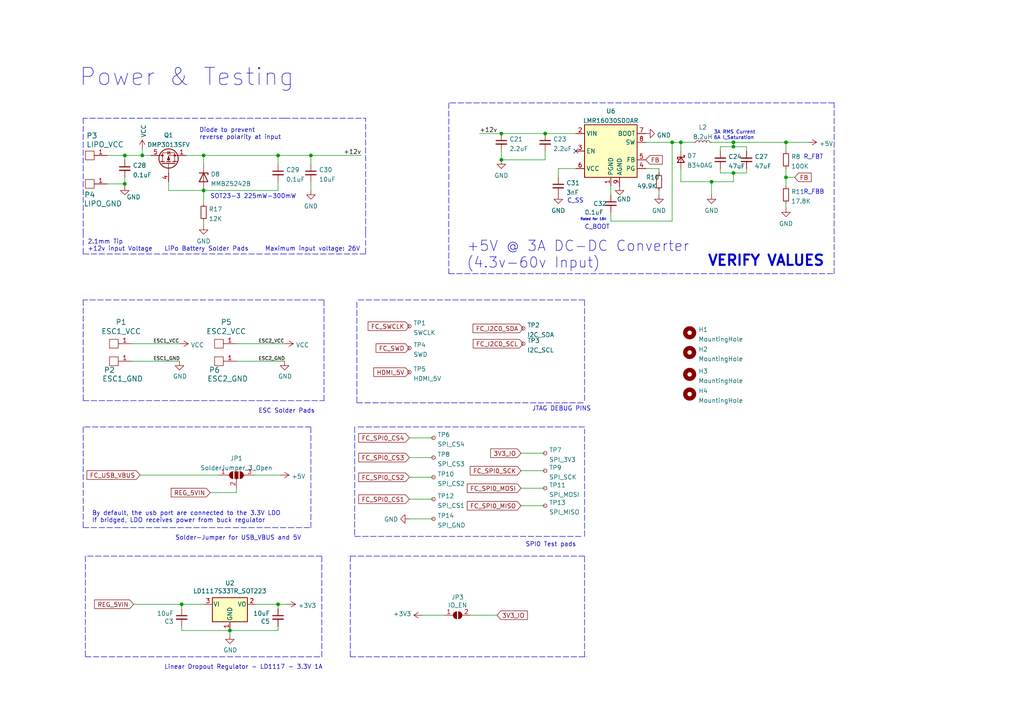
<source format=kicad_sch>
(kicad_sch (version 20211123) (generator eeschema)
  (paper "A4")
  (title_block (title "Power"))
  (lib_symbols
    (symbol "Connector:TestPoint_Small" (pin_numbers hide) (pin_names (offset 0.762) hide)
      (property "Reference" "TP" (at 0 3.81 0))
      (property "Value" "TestPoint_Small" (at 0 2.032 0))
      (symbol "TestPoint_Small_0_1"
        (circle (center 0 0) (radius 0.508))
      )
      (symbol "TestPoint_Small_1_1"
        (pin passive line (at 0 0 90) (length 0) (name "1") (number "1"))
      )
    )
    (symbol "Device:C_Small" (pin_numbers hide) (pin_names (offset 0.254) hide)
      (property "Reference" "C" (at 0.254 1.778 0))
      (property "Value" "C_Small" (at 0.254 -2.032 0))
      (symbol "C_Small_0_1"
        (polyline (pts (xy -1.524 -0.508) (xy 1.524 -0.508)) (stroke (width 0.3302)))
        (polyline (pts (xy -1.524 0.508) (xy 1.524 0.508)) (stroke (width 0.3048)))
      )
      (symbol "C_Small_1_1"
        (pin passive line (at 0 2.54 270) (length 2.032) (name "~") (number "1"))
        (pin passive line (at 0 -2.54 90) (length 2.032) (name "~") (number "2"))
      )
    )
    (symbol "Device:D_Schottky_Small" (pin_numbers hide) (pin_names (offset 0.254) hide)
      (property "Reference" "D" (at -1.27 2.032 0))
      (property "Value" "D_Schottky_Small" (at -7.112 -2.032 0))
      (symbol "D_Schottky_Small_0_1"
        (polyline (pts (xy -0.762 0) (xy 0.762 0)))
        (polyline (pts (xy 0.762 -1.016) (xy -0.762 0) (xy 0.762 1.016) (xy 0.762 -1.016)) (stroke (width 0.254)))
        (polyline (pts (xy -1.27 0.762) (xy -1.27 1.016) (xy -0.762 1.016) (xy -0.762 -1.016) (xy -0.254 -1.016) (xy -0.254 -0.762)) (stroke (width 0.254)))
      )
      (symbol "D_Schottky_Small_1_1"
        (pin passive line (at -2.54 0 0) (length 1.778) (name "K") (number "1"))
        (pin passive line (at 2.54 0 180) (length 1.778) (name "A") (number "2"))
      )
    )
    (symbol "Device:L_Small" (pin_numbers hide) (pin_names (offset 0.254) hide)
      (property "Reference" "L" (at 0.762 1.016 0))
      (property "Value" "L_Small" (at 0.762 -1.016 0))
      (symbol "L_Small_0_1"
        (arc (start 0 -2.032) (mid 0.508 -1.524) (end 0 -1.016))
        (arc (start 0 -1.016) (mid 0.508 -0.508) (end 0 0))
        (arc (start 0 0) (mid 0.508 0.508) (end 0 1.016))
        (arc (start 0 1.016) (mid 0.508 1.524) (end 0 2.032))
      )
      (symbol "L_Small_1_1"
        (pin passive line (at 0 2.54 270) (length 0.508) (name "~") (number "1"))
        (pin passive line (at 0 -2.54 90) (length 0.508) (name "~") (number "2"))
      )
    )
    (symbol "Device:R_Small" (pin_numbers hide) (pin_names (offset 0.254) hide)
      (property "Reference" "R" (at 0.762 0.508 0))
      (property "Value" "R_Small" (at 0.762 -1.016 0))
      (symbol "R_Small_0_1"
        (rectangle (start -0.762 1.778) (end 0.762 -1.778) (stroke (width 0.2032)))
      )
      (symbol "R_Small_1_1"
        (pin passive line (at 0 2.54 270) (length 0.762) (name "~") (number "1"))
        (pin passive line (at 0 -2.54 90) (length 0.762) (name "~") (number "2"))
      )
    )
    (symbol "Diode:BZV55C12" (pin_numbers hide) (pin_names (offset 1.016) hide)
      (property "Reference" "D" (at 0 2.54 0))
      (property "Value" "BZV55C12" (at 0 -2.54 0))
      (symbol "BZV55C12_0_1"
        (polyline (pts (xy 1.27 0) (xy -1.27 0)))
        (polyline (pts (xy -1.27 -1.27) (xy -1.27 1.27) (xy -0.762 1.27)) (stroke (width 0.254)))
        (polyline (pts (xy 1.27 -1.27) (xy 1.27 1.27) (xy -1.27 0) (xy 1.27 -1.27)) (stroke (width 0.254)))
      )
      (symbol "BZV55C12_1_1"
        (pin passive line (at -3.81 0 0) (length 2.54) (name "K") (number "1"))
        (pin passive line (at 3.81 0 180) (length 2.54) (name "A") (number "2"))
      )
    )
    (symbol "Jumper:SolderJumper_2_Open" (pin_names (offset 0) hide)
      (property "Reference" "JP" (at 0 2.032 0))
      (property "Value" "SolderJumper_2_Open" (at 0 -2.54 0))
      (symbol "SolderJumper_2_Open_0_1"
        (arc (start -0.254 1.016) (mid -1.27 0) (end -0.254 -1.016))
        (arc (start -0.254 1.016) (mid -1.27 0) (end -0.254 -1.016) (fill (type outline)))
        (polyline (pts (xy -0.254 1.016) (xy -0.254 -1.016)))
        (polyline (pts (xy 0.254 1.016) (xy 0.254 -1.016)))
        (arc (start 0.254 -1.016) (mid 1.27 0) (end 0.254 1.016))
        (arc (start 0.254 -1.016) (mid 1.27 0) (end 0.254 1.016) (fill (type outline)))
      )
      (symbol "SolderJumper_2_Open_1_1"
        (pin passive line (at -3.81 0 0) (length 2.54) (name "A") (number "1"))
        (pin passive line (at 3.81 0 180) (length 2.54) (name "B") (number "2"))
      )
    )
    (symbol "Jumper:SolderJumper_3_Open" (pin_names (offset 0) hide)
      (property "Reference" "JP" (at -2.54 -2.54 0))
      (property "Value" "SolderJumper_3_Open" (at 0 2.794 0))
      (symbol "SolderJumper_3_Open_0_1"
        (arc (start -1.016 1.016) (mid -2.032 0) (end -1.016 -1.016))
        (arc (start -1.016 1.016) (mid -2.032 0) (end -1.016 -1.016) (fill (type outline)))
        (rectangle (start -0.508 1.016) (end 0.508 -1.016) (fill (type outline)))
        (polyline (pts (xy -2.54 0) (xy -2.032 0)))
        (polyline (pts (xy -1.016 1.016) (xy -1.016 -1.016)))
        (polyline (pts (xy 0 -1.27) (xy 0 -1.016)))
        (polyline (pts (xy 1.016 1.016) (xy 1.016 -1.016)))
        (polyline (pts (xy 2.54 0) (xy 2.032 0)))
        (arc (start 1.016 -1.016) (mid 2.032 0) (end 1.016 1.016))
        (arc (start 1.016 -1.016) (mid 2.032 0) (end 1.016 1.016) (fill (type outline)))
      )
      (symbol "SolderJumper_3_Open_1_1"
        (pin passive line (at -5.08 0 0) (length 2.54) (name "A") (number "1"))
        (pin input line (at 0 -3.81 90) (length 2.54) (name "C") (number "2"))
        (pin passive line (at 5.08 0 180) (length 2.54) (name "B") (number "3"))
      )
    )
    (symbol "Mechanical:MountingHole" (pin_names (offset 1.016))
      (property "Reference" "H" (at 0 5.08 0))
      (property "Value" "MountingHole" (at 0 3.175 0))
      (symbol "MountingHole_0_1"
        (circle (center 0 0) (radius 1.27) (stroke (width 1.27)))
      )
    )
    (symbol "Regulator_Linear:LD1117S33TR_SOT223" (pin_names (offset 0.254))
      (property "Reference" "U" (at -3.81 3.175 0))
      (property "Value" "LD1117S33TR_SOT223" (at 0 3.175 0))
      (symbol "LD1117S33TR_SOT223_0_1"
        (rectangle (start -5.08 -5.08) (end 5.08 1.905) (stroke (width 0.254)) (fill (type background)))
      )
      (symbol "LD1117S33TR_SOT223_1_1"
        (pin power_in line (at 0 -7.62 90) (length 2.54) (name "GND") (number "1"))
        (pin power_out line (at 7.62 0 180) (length 2.54) (name "VO") (number "2"))
        (pin power_in line (at -7.62 0 0) (length 2.54) (name "VI") (number "3"))
      )
    )
    (symbol "Regulator_Switching:LMR33630ADDA"
      (property "Reference" "U" (at 0 11.43 0))
      (property "Value" "LMR33630ADDA" (at 0 8.89 0))
      (symbol "LMR33630ADDA_0_1"
        (rectangle (start -7.62 7.62) (end 7.62 -7.62) (stroke (width 0.254)) (fill (type background)))
      )
      (symbol "LMR33630ADDA_1_1"
        (pin power_in line (at 0 -10.16 90) (length 2.54) (name "PGND") (number "1"))
        (pin power_in line (at -10.16 5.08 0) (length 2.54) (name "VIN") (number "2"))
        (pin input line (at -10.16 0 0) (length 2.54) (name "EN") (number "3"))
        (pin open_collector line (at 10.16 -5.08 180) (length 2.54) (name "PG") (number "4"))
        (pin input line (at 10.16 -2.54 180) (length 2.54) (name "FB") (number "5"))
        (pin power_out line (at -10.16 -5.08 0) (length 2.54) (name "VCC") (number "6"))
        (pin input line (at 10.16 5.08 180) (length 2.54) (name "BOOT") (number "7"))
        (pin output line (at 10.16 2.54 180) (length 2.54) (name "SW") (number "8"))
        (pin power_in line (at 2.54 -10.16 90) (length 2.54) (name "AGND") (number "9"))
      )
    )
    (symbol "Transistor_FET:DMP3013SFV" (pin_names hide)
      (property "Reference" "Q" (at 5.08 1.905 0))
      (property "Value" "DMP3013SFV" (at 5.08 0 0))
      (symbol "DMP3013SFV_0_1"
        (polyline (pts (xy 0.254 0) (xy -2.54 0)))
        (polyline (pts (xy 0.254 1.905) (xy 0.254 -1.905)) (stroke (width 0.254)))
        (polyline (pts (xy 0.762 -1.27) (xy 0.762 -2.286)) (stroke (width 0.254)))
        (polyline (pts (xy 0.762 0.508) (xy 0.762 -0.508)) (stroke (width 0.254)))
        (polyline (pts (xy 0.762 2.286) (xy 0.762 1.27)) (stroke (width 0.254)))
        (polyline (pts (xy 2.54 2.54) (xy 2.54 1.778)))
        (polyline (pts (xy 2.54 -2.54) (xy 2.54 0) (xy 0.762 0)))
        (polyline (pts (xy 0.762 1.778) (xy 3.302 1.778) (xy 3.302 -1.778) (xy 0.762 -1.778)))
        (polyline (pts (xy 2.286 0) (xy 1.27 0.381) (xy 1.27 -0.381) (xy 2.286 0)) (fill (type outline)))
        (polyline (pts (xy 2.794 -0.508) (xy 2.921 -0.381) (xy 3.683 -0.381) (xy 3.81 -0.254)))
        (polyline (pts (xy 3.302 -0.381) (xy 2.921 0.254) (xy 3.683 0.254) (xy 3.302 -0.381)))
        (circle (center 1.651 0) (radius 2.794) (stroke (width 0.254)))
        (circle (center 2.54 -1.778) (radius 0.254) (fill (type outline)))
        (circle (center 2.54 1.778) (radius 0.254) (fill (type outline)))
      )
      (symbol "DMP3013SFV_1_1"
        (pin passive line (at 2.54 -5.08 90) (length 2.54) (name "S") (number "1"))
        (pin passive line (at 2.54 -5.08 90) (length 2.54) hide (name "S") (number "2"))
        (pin passive line (at 2.54 -5.08 90) (length 2.54) hide (name "S") (number "3"))
        (pin passive line (at -5.08 0 0) (length 2.54) (name "G") (number "4"))
        (pin passive line (at 2.54 5.08 270) (length 2.54) (name "D") (number "5"))
      )
    )
    (symbol "hermes_v1-rescue:PAD_SMD-pkl_misc" (pin_names (offset 1.016) hide)
      (property "Reference" "P" (at 0 -3.81 0))
      (property "Value" "PAD_SMD-pkl_misc" (at 0 3.81 0))
      (symbol "PAD_SMD-pkl_misc_0_1"
        (rectangle (start -1.27 1.27) (end 1.27 -1.27))
      )
      (symbol "PAD_SMD-pkl_misc_1_1"
        (pin input line (at -5.08 0 0) (length 3.81) (name "PAD") (number "1"))
      )
    )
    (symbol "power:+3.3V" (power) (pin_names (offset 0))
      (property "Value" "+3.3V" (at 0 3.556 0))
      (symbol "+3.3V_0_1"
        (polyline (pts (xy -0.762 1.27) (xy 0 2.54)))
        (polyline (pts (xy 0 0) (xy 0 2.54)))
        (polyline (pts (xy 0 2.54) (xy 0.762 1.27)))
      )
      (symbol "+3.3V_1_1"
        (pin power_in line (at 0 0 90) (length 0) hide (name "+3V3") (number "1"))
      )
    )
    (symbol "power:+5V" (power) (pin_names (offset 0))
      (property "Value" "+5V" (at 0 3.556 0))
      (symbol "+5V_0_1"
        (polyline (pts (xy -0.762 1.27) (xy 0 2.54)))
        (polyline (pts (xy 0 0) (xy 0 2.54)))
        (polyline (pts (xy 0 2.54) (xy 0.762 1.27)))
      )
      (symbol "+5V_1_1"
        (pin power_in line (at 0 0 90) (length 0) hide (name "+5V") (number "1"))
      )
    )
    (symbol "power:GND" (power) (pin_names (offset 0))
      (property "Value" "GND" (at 0 -3.81 0))
      (symbol "GND_0_1"
        (polyline (pts (xy 0 0) (xy 0 -1.27) (xy 1.27 -1.27) (xy 0 -2.54) (xy -1.27 -1.27) (xy 0 -1.27)))
      )
      (symbol "GND_1_1"
        (pin power_in line (at 0 0 270) (length 0) hide (name "GND") (number "1"))
      )
    )
    (symbol "power:VCC" (power) (pin_names (offset 0))
      (property "Value" "VCC" (at 0 3.81 0))
      (symbol "VCC_0_1"
        (polyline (pts (xy -0.762 1.27) (xy 0 2.54)))
        (polyline (pts (xy 0 0) (xy 0 2.54)))
        (polyline (pts (xy 0 2.54) (xy 0.762 1.27)))
      )
      (symbol "VCC_1_1"
        (pin power_in line (at 0 0 90) (length 0) hide (name "VCC") (number "1"))
      )
    )
  )
  (junction (at 145.415 46.355))
  (junction (at 194.945 41.275))
  (junction (at 52.705 175.26))
  (junction (at 145.415 38.735))
  (junction (at 80.645 175.26))
  (junction (at 212.725 41.275))
  (junction (at 59.055 45.085))
  (junction (at 158.115 38.735))
  (junction (at 66.675 182.88))
  (junction (at 212.725 50.165))
  (junction (at 80.645 45.085))
  (junction (at 59.055 55.245))
  (junction (at 227.965 41.275))
  (junction (at 197.485 41.275))
  (junction (at 206.375 52.705))
  (junction (at 90.17 45.085))
  (junction (at 41.275 45.085))
  (junction (at 36.195 45.085))
  (junction (at 227.965 51.435))
  (junction (at 36.195 53.34))
  (junction (at 212.725 42.545))
  (no_connect (at 167.005 43.815))
  (wire (pts (xy 216.535 42.545) (xy 212.725 42.545)))
  (wire (pts (xy 227.965 48.895) (xy 227.965 51.435)))
  (polyline (pts (xy 106.045 67.31) (xy 106.045 73.66)))
  (wire (pts (xy 158.115 38.735) (xy 167.005 38.735)))
  (wire (pts (xy 151.13 146.685) (xy 158.115 146.685)))
  (polyline (pts (xy 102.87 155.575) (xy 168.91 155.575)))
  (wire (pts (xy 48.895 55.245) (xy 59.055 55.245)))
  (polyline (pts (xy 103.505 116.84) (xy 169.545 116.84)))
  (wire (pts (xy 52.705 182.88) (xy 52.705 181.61)))
  (wire (pts (xy 80.645 52.705) (xy 80.645 55.245)))
  (polyline (pts (xy 169.545 123.825) (xy 103.505 123.825)))
  (wire (pts (xy 74.295 175.26) (xy 80.645 175.26)))
  (wire (pts (xy 80.645 175.26) (xy 80.645 176.53)))
  (wire (pts (xy 118.745 150.495) (xy 125.73 150.495)))
  (wire (pts (xy 59.055 55.245) (xy 59.055 59.055)))
  (wire (pts (xy 158.115 46.355) (xy 145.415 46.355)))
  (wire (pts (xy 83.185 175.26) (xy 80.645 175.26)))
  (wire (pts (xy 66.675 182.88) (xy 80.645 182.88)))
  (wire (pts (xy 197.485 41.275) (xy 197.485 43.815)))
  (wire (pts (xy 212.725 52.705) (xy 206.375 52.705)))
  (wire (pts (xy 158.115 43.815) (xy 158.115 46.355)))
  (wire (pts (xy 177.165 53.975) (xy 177.165 56.515)))
  (wire (pts (xy 68.58 141.605) (xy 68.58 142.875)))
  (polyline (pts (xy 93.345 161.29) (xy 24.765 161.29)))
  (wire (pts (xy 194.945 64.135) (xy 194.945 41.275)))
  (wire (pts (xy 187.325 41.275) (xy 194.945 41.275)))
  (polyline (pts (xy 93.345 190.5) (xy 93.345 161.29)))
  (polyline (pts (xy 102.87 123.825) (xy 102.87 155.575)))
  (polyline (pts (xy 90.17 123.825) (xy 24.13 123.825)))
  (polyline (pts (xy 241.935 29.845) (xy 130.175 29.845)))
  (wire (pts (xy 52.705 175.26) (xy 52.705 176.53)))
  (wire (pts (xy 177.165 64.135) (xy 194.945 64.135)))
  (wire (pts (xy 144.145 178.435) (xy 136.525 178.435)))
  (wire (pts (xy 80.645 45.085) (xy 59.055 45.085)))
  (polyline (pts (xy 241.935 79.375) (xy 241.935 29.845)))
  (wire (pts (xy 53.975 45.085) (xy 59.055 45.085)))
  (polyline (pts (xy 106.045 73.66) (xy 82.55 73.66)))
  (wire (pts (xy 227.965 51.435) (xy 230.505 51.435)))
  (wire (pts (xy 216.535 48.895) (xy 216.535 50.165)))
  (polyline (pts (xy 169.545 86.995) (xy 103.505 86.995)))
  (wire (pts (xy 36.195 45.085) (xy 36.195 46.355)))
  (wire (pts (xy 31.115 45.085) (xy 36.195 45.085)))
  (polyline (pts (xy 82.55 34.29) (xy 106.045 34.29)))
  (wire (pts (xy 59.055 45.085) (xy 59.055 47.625)))
  (wire (pts (xy 80.645 47.625) (xy 80.645 45.085)))
  (polyline (pts (xy 24.13 116.205) (xy 93.98 116.205)))
  (wire (pts (xy 36.195 51.435) (xy 36.195 53.34)))
  (polyline (pts (xy 24.765 190.5) (xy 93.345 190.5)))
  (polyline (pts (xy 169.545 116.205) (xy 169.545 86.995)))
  (wire (pts (xy 227.965 59.055) (xy 227.965 60.325)))
  (polyline (pts (xy 24.13 86.995) (xy 24.13 116.205)))
  (wire (pts (xy 197.485 52.705) (xy 206.375 52.705)))
  (wire (pts (xy 145.415 43.815) (xy 145.415 46.355)))
  (polyline (pts (xy 24.13 153.035) (xy 90.17 153.035)))
  (wire (pts (xy 90.17 45.085) (xy 104.775 45.085)))
  (wire (pts (xy 227.965 41.275) (xy 227.965 43.815)))
  (wire (pts (xy 80.645 182.88) (xy 80.645 181.61)))
  (wire (pts (xy 151.13 136.525) (xy 158.115 136.525)))
  (wire (pts (xy 38.1 99.695) (xy 52.07 99.695)))
  (wire (pts (xy 212.725 41.275) (xy 212.725 42.545)))
  (wire (pts (xy 212.725 50.165) (xy 212.725 52.705)))
  (wire (pts (xy 63.5 137.795) (xy 40.64 137.795)))
  (wire (pts (xy 118.745 132.715) (xy 125.73 132.715)))
  (wire (pts (xy 38.735 175.26) (xy 52.705 175.26)))
  (wire (pts (xy 177.165 61.595) (xy 177.165 64.135)))
  (wire (pts (xy 80.645 55.245) (xy 59.055 55.245)))
  (wire (pts (xy 90.17 47.625) (xy 90.17 45.085)))
  (wire (pts (xy 208.915 42.545) (xy 208.915 43.815)))
  (polyline (pts (xy 24.13 67.31) (xy 24.13 73.66)))
  (wire (pts (xy 36.195 53.34) (xy 36.195 53.975)))
  (polyline (pts (xy 24.13 34.29) (xy 24.13 67.31)))
  (polyline (pts (xy 169.545 155.575) (xy 169.545 124.46)))
  (wire (pts (xy 68.58 99.695) (xy 82.55 99.695)))
  (wire (pts (xy 145.415 38.735) (xy 158.115 38.735)))
  (wire (pts (xy 227.965 41.275) (xy 234.315 41.275)))
  (wire (pts (xy 38.1 104.775) (xy 52.07 104.775)))
  (wire (pts (xy 194.945 41.275) (xy 197.485 41.275)))
  (polyline (pts (xy 24.13 123.825) (xy 24.13 153.035)))
  (wire (pts (xy 59.055 64.135) (xy 59.055 65.405)))
  (wire (pts (xy 36.195 45.085) (xy 41.275 45.085)))
  (wire (pts (xy 208.915 50.165) (xy 208.915 48.895)))
  (polyline (pts (xy 101.6 161.29) (xy 101.6 190.5)))
  (wire (pts (xy 216.535 43.815) (xy 216.535 42.545)))
  (polyline (pts (xy 169.545 161.29) (xy 100.965 161.29)))
  (wire (pts (xy 66.675 182.88) (xy 66.675 184.15)))
  (polyline (pts (xy 130.175 79.375) (xy 241.935 79.375)))
  (wire (pts (xy 161.925 48.895) (xy 161.925 51.435)))
  (wire (pts (xy 151.13 141.605) (xy 158.115 141.605)))
  (wire (pts (xy 191.135 55.245) (xy 191.135 56.515)))
  (wire (pts (xy 41.275 43.18) (xy 41.275 45.085)))
  (wire (pts (xy 187.325 48.895) (xy 191.135 48.895)))
  (wire (pts (xy 191.135 48.895) (xy 191.135 50.165)))
  (polyline (pts (xy 130.175 29.845) (xy 130.175 79.375)))
  (wire (pts (xy 151.13 131.445) (xy 158.115 131.445)))
  (wire (pts (xy 68.58 142.875) (xy 60.96 142.875)))
  (wire (pts (xy 128.905 178.435) (xy 122.555 178.435)))
  (wire (pts (xy 66.675 182.88) (xy 52.705 182.88)))
  (wire (pts (xy 90.17 45.085) (xy 80.645 45.085)))
  (wire (pts (xy 41.275 45.085) (xy 43.815 45.085)))
  (wire (pts (xy 31.115 53.34) (xy 36.195 53.34)))
  (wire (pts (xy 73.66 137.795) (xy 81.28 137.795)))
  (wire (pts (xy 227.965 51.435) (xy 227.965 53.975)))
  (polyline (pts (xy 24.13 73.66) (xy 82.55 73.66)))
  (polyline (pts (xy 93.98 116.205) (xy 93.98 86.995)))
  (polyline (pts (xy 90.17 153.035) (xy 90.17 123.825)))
  (wire (pts (xy 206.375 41.275) (xy 212.725 41.275)))
  (wire (pts (xy 216.535 50.165) (xy 212.725 50.165)))
  (wire (pts (xy 212.725 42.545) (xy 208.915 42.545)))
  (wire (pts (xy 197.485 48.895) (xy 197.485 52.705)))
  (wire (pts (xy 90.17 52.705) (xy 90.17 55.245)))
  (wire (pts (xy 48.895 52.705) (xy 48.895 55.245)))
  (polyline (pts (xy 106.045 67.31) (xy 106.045 34.29)))
  (wire (pts (xy 212.725 41.275) (xy 227.965 41.275)))
  (wire (pts (xy 118.745 127) (xy 125.73 127)))
  (wire (pts (xy 118.745 138.43) (xy 125.73 138.43)))
  (polyline (pts (xy 103.505 87.63) (xy 103.505 116.84)))
  (polyline (pts (xy 101.6 190.5) (xy 170.18 190.5)))
  (wire (pts (xy 118.745 144.78) (xy 125.73 144.78)))
  (wire (pts (xy 197.485 41.275) (xy 201.295 41.275)))
  (wire (pts (xy 59.055 175.26) (xy 52.705 175.26)))
  (wire (pts (xy 212.725 50.165) (xy 208.915 50.165)))
  (wire (pts (xy 206.375 52.705) (xy 206.375 56.515)))
  (polyline (pts (xy 24.765 161.29) (xy 24.765 190.5)))
  (wire (pts (xy 68.58 104.775) (xy 82.55 104.775)))
  (wire (pts (xy 167.005 48.895) (xy 161.925 48.895)))
  (polyline (pts (xy 93.98 86.995) (xy 24.13 86.995)))
  (polyline (pts (xy 169.545 190.5) (xy 169.545 161.29)))
  (polyline (pts (xy 82.55 34.29) (xy 24.13 34.29)))
  (wire (pts (xy 139.065 38.735) (xy 145.415 38.735)))
  (text "SOT23-3 225mW-300mW" (at 60.96 57.785 0) (effects (font (size 1.27 1.27)) (justify left bottom)))
  (text "R_FBB" (at 233.045 56.515 0) (effects (font (size 1.27 1.27)) (justify left bottom)))
  (text "2.1mm Tip\n+12v input Voltage" (at 25.4 73.025 0) (effects (font (size 1.27 1.27)) (justify left bottom)))
  (text "Maximum input voltage: 26V" (at 76.835 73.025 0) (effects (font (size 1.27 1.27)) (justify left bottom)))
  (text "SPI0 Test pads" (at 152.4 158.75 0) (effects (font (size 1.27 1.27)) (justify left bottom)))
  (text "R_FBT" (at 233.045 46.355 0) (effects (font (size 1.27 1.27)) (justify left bottom)))
  (text "Power & Testing" (at 22.86 25.4 0) (effects (font (size 5.0038 5.0038)) (justify left bottom)))
  (text "Rated for 16V" (at 168.275 64.135 0) (effects (font (size 0.7 0.7)) (justify left bottom)))
  (text "C_SS" (at 164.465 59.055 0) (effects (font (size 1.27 1.27)) (justify left bottom)))
  (text "+5V @ 3A DC-DC Converter \n(4.3v-60v Input)" (at 135.255 78.105 0) (effects (font (size 3 3)) (justify left bottom)))
  (text "C_BOOT" (at 169.545 66.675 0) (effects (font (size 1.27 1.27)) (justify left bottom)))
  (text "3A RMS Current\n6A I_Saturation" (at 207.01 40.64 0) (effects (font (size 1 1)) (justify left bottom)))
  (text "LiPo Battery Solder Pads" (at 47.625 73.025 0) (effects (font (size 1.27 1.27)) (justify left bottom)))
  (text "VERIFY VALUES" (at 205.105 77.47 0) (effects (font (size 3 3) (thickness 0.6) bold) (justify left bottom)))
  (text "Diode to prevent \nreverse polarity at input" (at 57.785 40.64 0) (effects (font (size 1.27 1.27)) (justify left bottom)))
  (text "Solder-Jumper for USB_VBUS and 5V" (at 50.8 156.845 0) (effects (font (size 1.27 1.27)) (justify left bottom)))
  (text "By default, the usb port are connected to the 3.3V LDO\nIf bridged, LDO receives power from buck regulator" (at 26.67 151.765 0) (effects (font (size 1.27 1.27)) (justify left bottom)))
  (text "JTAG DEBUG PINS" (at 154.305 119.38 0) (effects (font (size 1.27 1.27)) (justify left bottom)))
  (text "ESC Solder Pads" (at 74.93 120.015 0) (effects (font (size 1.27 1.27)) (justify left bottom)))
  (text "Linear Dropout Regulator - LD1117 - 3.3V 1A" (at 47.625 194.31 0) (effects (font (size 1.27 1.27)) (justify left bottom)))
  (label "ESC2_GND" (at 74.93 104.775 0) (effects (font (size 0.9906 0.9906))))
  (label "ESC1_VCC" (at 44.45 99.695 0) (effects (font (size 0.9906 0.9906))))
  (label "ESC1_GND" (at 44.45 104.775 0) (effects (font (size 0.9906 0.9906))))
  (label "ESC2_VCC" (at 74.93 99.695 0) (effects (font (size 0.9906 0.9906))))
  (label "+12v" (at 104.775 45.085 180))
  (label "+12v" (at 139.065 38.735 0))
  (global_label "FC_SPI0_MISO" (shape input) (at 151.13 146.685 180) (property "Intersheet References" "${INTERSHEET_REFS}" (effects hide)))
  (global_label "FB" (shape input) (at 230.505 51.435 0) (property "Intersheet References" "${INTERSHEET_REFS}" (effects hide)))
  (global_label "FC_SPI0_CS4" (shape input) (at 118.745 127 180) (property "Intersheet References" "${INTERSHEET_REFS}" (effects hide)))
  (global_label "HDMI_5V" (shape input) (at 118.745 107.95 180) (property "Intersheet References" "${INTERSHEET_REFS}" (effects hide)))
  (global_label "REG_5VIN" (shape input) (at 60.96 142.875 180) (property "Intersheet References" "${INTERSHEET_REFS}" (effects hide)))
  (global_label "3V3_IO" (shape input) (at 144.145 178.435 0) (property "Intersheet References" "${INTERSHEET_REFS}" (effects hide)))
  (global_label "FC_I2C0_SCL" (shape input) (at 151.765 99.695 180) (property "Intersheet References" "${INTERSHEET_REFS}" (effects hide)))
  (global_label "REG_5VIN" (shape input) (at 38.735 175.26 180) (property "Intersheet References" "${INTERSHEET_REFS}" (effects hide)))
  (global_label "FC_SPI0_CS1" (shape input) (at 118.745 144.78 180) (property "Intersheet References" "${INTERSHEET_REFS}" (effects hide)))
  (global_label "FC_SPI0_SCK" (shape input) (at 151.13 136.525 180) (property "Intersheet References" "${INTERSHEET_REFS}" (effects hide)))
  (global_label "3V3_IO" (shape input) (at 151.13 131.445 180) (property "Intersheet References" "${INTERSHEET_REFS}" (effects hide)))
  (global_label "FB" (shape input) (at 187.325 46.355 0) (property "Intersheet References" "${INTERSHEET_REFS}" (effects hide)))
  (global_label "FC_SPI0_CS3" (shape input) (at 118.745 132.715 180) (property "Intersheet References" "${INTERSHEET_REFS}" (effects hide)))
  (global_label "FC_SPI0_CS2" (shape input) (at 118.745 138.43 180) (property "Intersheet References" "${INTERSHEET_REFS}" (effects hide)))
  (global_label "FC_SPI0_MOSI" (shape input) (at 151.13 141.605 180) (property "Intersheet References" "${INTERSHEET_REFS}" (effects hide)))
  (global_label "FC_I2C0_SDA" (shape input) (at 151.765 95.25 180) (property "Intersheet References" "${INTERSHEET_REFS}" (effects hide)))
  (global_label "FC_SWD" (shape input) (at 118.745 100.965 180) (property "Intersheet References" "${INTERSHEET_REFS}" (effects hide)))
  (global_label "FC_USB_VBUS" (shape input) (at 40.64 137.795 180) (property "Intersheet References" "${INTERSHEET_REFS}" (effects hide)))
  (global_label "FC_SWCLK" (shape input) (at 118.745 94.615 180) (property "Intersheet References" "${INTERSHEET_REFS}" (effects hide)))
  (symbol (lib_id "power:VCC") (at 41.275 43.18 0) (unit 1)
    (property "Reference" "#PWR04" (effects hide))
    (property "Value" "VCC" (at 41.656 39.9288 90) (effects (justify left)))
  )
  (symbol (lib_id "power:+5V") (at 81.28 137.795 270) (unit 1)
    (property "Reference" "#PWR011" (effects hide))
    (property "Value" "+5V" (at 84.5312 138.176 90) (effects (justify left)))
  )
  (symbol (lib_id "hermes_v1-rescue:PAD_SMD-pkl_misc") (at 26.035 45.085 180) (unit 1)
    (property "Reference" "P3" (at 26.67 39.37 0) (effects (font (size 1.524 1.524))))
    (property "Value" "LIPO_VCC" (at 30.48 41.91 0) (effects (font (size 1.524 1.524))))
    (property "Footprint" "TestPoint:TestPoint_Pad_2.0x2.0mm" (effects hide))
    (property "LCSC" "-" (effects hide))
  )
  (symbol (lib_id "hermes_v1-rescue:PAD_SMD-pkl_misc") (at 26.035 53.34 180) (unit 1)
    (property "Reference" "P4" (at 26.035 56.515 0) (effects (font (size 1.524 1.524))))
    (property "Value" "LIPO_GND" (at 29.845 59.055 0) (effects (font (size 1.524 1.524))))
    (property "Footprint" "TestPoint:TestPoint_Pad_D2.0mm" (effects hide))
    (property "LCSC" "-" (effects hide))
  )
  (symbol (lib_id "Regulator_Linear:LD1117S33TR_SOT223") (at 66.675 175.26 0) (unit 1)
    (property "Reference" "U2" (at 66.675 169.1132 0))
    (property "Value" "LD1117S33TR_SOT223" (at 66.675 171.4246 0))
    (property "Footprint" "Package_TO_SOT_SMD:SOT-223-3_TabPin2" (effects hide))
    (property "Datasheet" "http://www.st.com/st-web-ui/static/active/en/resource/technical/document/datasheet/CD00000544.pdf" (effects hide))
    (property "LCSC" "C347229" (effects hide))
  )
  (symbol (lib_id "Device:C_Small") (at 52.705 179.07 0) (unit 1)
    (property "Reference" "C3" (at 50.3682 180.2384 0) (effects (justify right)))
    (property "Value" "10uF" (at 50.3682 177.927 0) (effects (justify right)))
    (property "Footprint" "Capacitor_SMD:C_0402_1005Metric_Pad0.74x0.62mm_HandSolder" (effects hide))
    (property "LCSC" "C315248" (effects hide))
  )
  (symbol (lib_id "Device:C_Small") (at 80.645 179.07 0) (unit 1)
    (property "Reference" "C5" (at 78.3082 180.2384 0) (effects (justify right)))
    (property "Value" "10uF" (at 78.3082 177.927 0) (effects (justify right)))
    (property "Footprint" "Capacitor_SMD:C_0402_1005Metric_Pad0.74x0.62mm_HandSolder" (effects hide))
    (property "LCSC" "C315248" (effects hide))
  )
  (symbol (lib_id "power:+3.3V") (at 83.185 175.26 270) (unit 1)
    (property "Reference" "#PWR016" (effects hide))
    (property "Value" "+3.3V" (at 86.4362 175.641 90) (effects (justify left)))
  )
  (symbol (lib_id "hermes_v1-rescue:PAD_SMD-pkl_misc") (at 33.02 99.695 180) (unit 1)
    (property "Reference" "P1" (at 35.1282 93.4212 0) (effects (font (size 1.524 1.524))))
    (property "Value" "ESC1_VCC" (at 35.1282 96.1136 0) (effects (font (size 1.524 1.524))))
    (property "Footprint" "TestPoint:TestPoint_Pad_2.0x2.0mm" (effects hide))
    (property "LCSC" "-" (effects hide))
  )
  (symbol (lib_id "hermes_v1-rescue:PAD_SMD-pkl_misc") (at 33.02 104.775 180) (unit 1)
    (property "Reference" "P2" (at 31.75 107.315 0) (effects (font (size 1.524 1.524))))
    (property "Value" "ESC1_GND" (at 35.56 109.855 0) (effects (font (size 1.524 1.524))))
    (property "Footprint" "TestPoint:TestPoint_Pad_D2.0mm" (effects hide))
    (property "LCSC" "-" (effects hide))
  )
  (symbol (lib_id "hermes_v1-rescue:PAD_SMD-pkl_misc") (at 63.5 99.695 180) (unit 1)
    (property "Reference" "P5" (at 65.6082 93.4212 0) (effects (font (size 1.524 1.524))))
    (property "Value" "ESC2_VCC" (at 65.6082 96.1136 0) (effects (font (size 1.524 1.524))))
    (property "Footprint" "TestPoint:TestPoint_Pad_2.0x2.0mm" (effects hide))
    (property "LCSC" "-" (effects hide))
  )
  (symbol (lib_id "hermes_v1-rescue:PAD_SMD-pkl_misc") (at 63.5 104.775 180) (unit 1)
    (property "Reference" "P6" (at 62.23 107.315 0) (effects (font (size 1.524 1.524))))
    (property "Value" "ESC2_GND" (at 66.04 109.855 0) (effects (font (size 1.524 1.524))))
    (property "Footprint" "TestPoint:TestPoint_Pad_D2.0mm" (effects hide))
    (property "LCSC" "-" (effects hide))
  )
  (symbol (lib_id "power:VCC") (at 52.07 99.695 270) (unit 1)
    (property "Reference" "#PWR02" (effects hide))
    (property "Value" "VCC" (at 55.3212 100.076 90) (effects (justify left)))
  )
  (symbol (lib_id "power:VCC") (at 82.55 99.695 270) (unit 1)
    (property "Reference" "#PWR05" (effects hide))
    (property "Value" "VCC" (at 85.8012 100.076 90) (effects (justify left)))
  )
  (symbol (lib_id "power:GND") (at 52.07 104.775 0) (unit 1)
    (property "Reference" "#PWR03" (effects hide))
    (property "Value" "GND" (at 52.197 109.1692 0))
  )
  (symbol (lib_id "power:GND") (at 82.55 104.775 0) (unit 1)
    (property "Reference" "#PWR06" (effects hide))
    (property "Value" "GND" (at 82.677 109.1692 0))
  )
  (symbol (lib_id "power:+3.3V") (at 122.555 178.435 90) (unit 1)
    (property "Reference" "#PWR025" (effects hide))
    (property "Value" "+3.3V" (at 119.3038 178.054 90) (effects (justify left)))
  )
  (symbol (lib_id "Jumper:SolderJumper_2_Open") (at 132.715 178.435 0) (unit 1)
    (property "Reference" "JP3" (at 132.715 173.228 0))
    (property "Value" "IO_EN" (at 132.715 175.5394 0))
    (property "Footprint" "Jumper:SolderJumper-2_P1.3mm_Open_RoundedPad1.0x1.5mm" (effects hide))
    (property "LCSC" "-" (effects hide))
  )
  (symbol (lib_id "power:GND") (at 66.675 184.15 0) (unit 1)
    (property "Reference" "#PWR0101" (effects hide))
    (property "Value" "GND" (at 66.802 188.5442 0))
  )
  (symbol (lib_id "Connector:TestPoint_Small") (at 158.115 146.685 0) (unit 1)
    (property "Reference" "TP13" (at 159.258 145.7765 0) (effects (justify left)))
    (property "Value" "SPI_MISO" (at 159.258 148.5516 0) (effects (justify left)))
    (property "Footprint" "TestPoint:TestPoint_Pad_D1.0mm" (effects hide))
    (property "LCSC" "-" (effects hide))
  )
  (symbol (lib_id "Connector:TestPoint_Small") (at 158.115 131.445 0) (unit 1)
    (property "Reference" "TP7" (at 159.258 130.5365 0) (effects (justify left)))
    (property "Value" "SPI_3V3" (at 159.258 133.3116 0) (effects (justify left)))
    (property "Footprint" "TestPoint:TestPoint_Pad_D1.0mm" (effects hide))
    (property "LCSC" "-" (effects hide))
  )
  (symbol (lib_id "Device:C_Small") (at 177.165 59.055 0) (unit 1)
    (property "Reference" "C32" (at 172.085 59.055 0) (effects (justify left)))
    (property "Value" "0.1uF" (at 169.545 61.595 0) (effects (justify left)))
    (property "Footprint" "Capacitor_SMD:C_0402_1005Metric" (effects hide))
    (property "LCSC" "C129131" (effects hide))
  )
  (symbol (lib_id "Connector:TestPoint_Small") (at 125.73 144.78 0) (unit 1)
    (property "Reference" "TP12" (at 126.873 143.8715 0) (effects (justify left)))
    (property "Value" "SPI_CS1" (at 126.873 146.6466 0) (effects (justify left)))
    (property "Footprint" "TestPoint:TestPoint_Pad_D1.0mm" (effects hide))
    (property "LCSC" "-" (effects hide))
  )
  (symbol (lib_id "power:GND") (at 161.925 56.515 0) (unit 1)
    (property "Reference" "#PWR057" (effects hide))
    (property "Value" "GND" (at 161.925 61.0775 0))
  )
  (symbol (lib_id "power:GND") (at 90.17 55.245 0) (unit 1)
    (property "Reference" "#PWR056" (effects hide))
    (property "Value" "GND" (at 90.17 59.8075 0))
  )
  (symbol (lib_id "power:GND") (at 145.415 46.355 0) (unit 1)
    (property "Reference" "#PWR052" (effects hide))
    (property "Value" "GND" (at 145.415 50.9175 0))
  )
  (symbol (lib_id "Connector:TestPoint_Small") (at 118.745 100.965 0) (unit 1)
    (property "Reference" "TP4" (at 119.888 100.0565 0) (effects (justify left)))
    (property "Value" "SWD" (at 119.888 102.8316 0) (effects (justify left)))
    (property "Footprint" "TestPoint:TestPoint_Pad_D1.0mm" (effects hide))
    (property "LCSC" "-" (effects hide))
  )
  (symbol (lib_id "power:GND") (at 227.965 60.325 0) (unit 1)
    (property "Reference" "#PWR060" (effects hide))
    (property "Value" "GND" (at 227.965 64.8875 0))
  )
  (symbol (lib_id "Connector:TestPoint_Small") (at 125.73 132.715 0) (unit 1)
    (property "Reference" "TP8" (at 126.873 131.8065 0) (effects (justify left)))
    (property "Value" "SPI_CS3" (at 126.873 134.5816 0) (effects (justify left)))
    (property "Footprint" "TestPoint:TestPoint_Pad_D1.0mm" (effects hide))
    (property "LCSC" "-" (effects hide))
  )
  (symbol (lib_id "Device:C_Small") (at 158.115 41.275 0) (unit 1)
    (property "Reference" "C23" (at 160.4391 40.3728 0) (effects (justify left)))
    (property "Value" "2.2uF" (at 160.4391 43.1479 0) (effects (justify left)))
    (property "Footprint" "Capacitor_SMD:C_0402_1005Metric" (effects hide))
    (property "LCSC" "C385887" (effects hide))
  )
  (symbol (lib_id "power:GND") (at 118.745 150.495 270) (unit 1)
    (property "Reference" "#PWR07" (effects hide))
    (property "Value" "GND" (at 115.4938 150.622 90) (effects (justify right)))
  )
  (symbol (lib_id "Jumper:SolderJumper_3_Open") (at 68.58 137.795 0) (unit 1)
    (property "Reference" "JP1" (at 68.58 132.9395 0))
    (property "Value" "SolderJumper_3_Open" (at 68.58 135.7146 0))
    (property "Footprint" "Jumper:SolderJumper-3_P1.3mm_Open_RoundedPad1.0x1.5mm_NumberLabels" (effects hide))
    (property "LCSC" "-" (effects hide))
  )
  (symbol (lib_id "Device:C_Small") (at 161.925 53.975 0) (unit 1)
    (property "Reference" "C31" (at 164.2491 53.0728 0) (effects (justify left)))
    (property "Value" "3nF" (at 164.2491 55.8479 0) (effects (justify left)))
    (property "Footprint" "Capacitor_SMD:C_0402_1005Metric" (effects hide))
    (property "LCSC" "C2857967" (effects hide))
  )
  (symbol (lib_id "Connector:TestPoint_Small") (at 158.115 141.605 0) (unit 1)
    (property "Reference" "TP11" (at 159.258 140.6965 0) (effects (justify left)))
    (property "Value" "SPI_MOSI" (at 159.258 143.4716 0) (effects (justify left)))
    (property "Footprint" "TestPoint:TestPoint_Pad_D1.0mm" (effects hide))
    (property "LCSC" "-" (effects hide))
  )
  (symbol (lib_id "Connector:TestPoint_Small") (at 158.115 136.525 0) (unit 1)
    (property "Reference" "TP9" (at 159.258 135.6165 0) (effects (justify left)))
    (property "Value" "SPI_SCK" (at 159.258 138.3916 0) (effects (justify left)))
    (property "Footprint" "TestPoint:TestPoint_Pad_D1.0mm" (effects hide))
    (property "LCSC" "-" (effects hide))
  )
  (symbol (lib_id "Device:C_Small") (at 208.915 46.355 180) (unit 1)
    (property "Reference" "C24" (at 211.2391 45.4401 0) (effects (justify right)))
    (property "Value" "47uF" (at 211.2391 48.2152 0) (effects (justify right)))
    (property "Footprint" "Capacitor_SMD:C_0402_1005Metric" (effects hide))
    (property "LCSC" "C16780" (effects hide))
  )
  (symbol (lib_id "Transistor_FET:DMP3013SFV") (at 48.895 47.625 90) (unit 1)
    (property "Reference" "Q1" (at 48.895 39.2135 90))
    (property "Value" "DMP3013SFV" (at 48.895 41.9886 90))
    (property "Footprint" "Package_SON:Diodes_PowerDI3333-8" (effects hide))
    (property "Datasheet" "https://www.diodes.com/assets/Datasheets/DMP3013SFV.pdf" (effects hide))
    (property "LCSC" "C461072" (effects hide))
  )
  (symbol (lib_id "power:GND") (at 59.055 65.405 0) (unit 1)
    (property "Reference" "#PWR062" (effects hide))
    (property "Value" "GND" (at 59.055 69.9675 0))
  )
  (symbol (lib_id "Connector:TestPoint_Small") (at 118.745 107.95 0) (unit 1)
    (property "Reference" "TP5" (at 119.888 107.0415 0) (effects (justify left)))
    (property "Value" "HDMI_5V" (at 119.888 109.8166 0) (effects (justify left)))
    (property "Footprint" "TestPoint:TestPoint_Pad_D1.0mm" (effects hide))
    (property "LCSC" "-" (effects hide))
  )
  (symbol (lib_id "Device:C_Small") (at 216.535 46.355 180) (unit 1)
    (property "Reference" "C27" (at 218.8591 45.4401 0) (effects (justify right)))
    (property "Value" "47uF" (at 218.8591 48.2152 0) (effects (justify right)))
    (property "Footprint" "Capacitor_SMD:C_0402_1005Metric" (effects hide))
    (property "LCSC" "C16780" (effects hide))
  )
  (symbol (lib_id "power:GND") (at 187.325 38.735 90) (unit 1)
    (property "Reference" "#PWR01" (effects hide))
    (property "Value" "GND" (at 190.5 39.214 90) (effects (justify right)))
  )
  (symbol (lib_id "Mechanical:MountingHole") (at 200.025 102.235 0) (unit 1)
    (property "Reference" "H2" (at 202.565 101.3265 0) (effects (justify left)))
    (property "Value" "MountingHole" (at 202.565 104.1016 0) (effects (justify left)))
    (property "Footprint" "MountingHole:MountingHole_3mm_Pad" (effects hide))
    (property "LCSC" "-" (effects hide))
  )
  (symbol (lib_id "Diode:BZV55C12") (at 59.055 51.435 270) (unit 1)
    (property "Reference" "D8" (at 61.087 50.5265 90) (effects (justify left)))
    (property "Value" "MMBZ5242B" (at 61.087 53.3016 90) (effects (justify left)))
    (property "Footprint" "Diode_SMD:D_SOT-23_ANK" (effects hide))
    (property "Datasheet" "https://assets.nexperia.com/documents/data-sheet/BZV55_SER.pdf" (effects hide))
    (property "LCSC" " C193729" (effects hide))
  )
  (symbol (lib_id "power:GND") (at 36.195 53.975 0) (unit 1)
    (property "Reference" "#PWR053" (effects hide))
    (property "Value" "GND" (at 38.735 57.15 0))
  )
  (symbol (lib_id "Connector:TestPoint_Small") (at 125.73 127 0) (unit 1)
    (property "Reference" "TP6" (at 126.873 126.0915 0) (effects (justify left)))
    (property "Value" "SPI_CS4" (at 126.873 128.8666 0) (effects (justify left)))
    (property "Footprint" "TestPoint:TestPoint_Pad_D1.0mm" (effects hide))
    (property "LCSC" "-" (effects hide))
  )
  (symbol (lib_id "Device:R_Small") (at 59.055 61.595 0) (unit 1)
    (property "Reference" "R17" (at 60.5536 60.6865 0) (effects (justify left)))
    (property "Value" "12K" (at 60.5536 63.4616 0) (effects (justify left)))
    (property "Footprint" "Resistor_SMD:R_0402_1005Metric" (effects hide))
    (property "LCSC" "C2909316" (effects hide))
  )
  (symbol (lib_id "Device:R_Small") (at 227.965 46.355 0) (unit 1)
    (property "Reference" "R8" (at 229.4636 45.4465 0) (effects (justify left)))
    (property "Value" "100K" (at 229.4636 48.2216 0) (effects (justify left)))
    (property "Footprint" "Resistor_SMD:R_0402_1005Metric" (effects hide))
    (property "LCSC" "C144809" (effects hide))
  )
  (symbol (lib_id "Connector:TestPoint_Small") (at 125.73 138.43 0) (unit 1)
    (property "Reference" "TP10" (at 126.873 137.5215 0) (effects (justify left)))
    (property "Value" "SPI_CS2" (at 126.873 140.2966 0) (effects (justify left)))
    (property "Footprint" "TestPoint:TestPoint_Pad_D1.0mm" (effects hide))
    (property "LCSC" "-" (effects hide))
  )
  (symbol (lib_id "Device:R_Small") (at 191.135 52.705 0) (unit 1)
    (property "Reference" "R10" (at 187.325 51.435 0) (effects (justify left)))
    (property "Value" "49.9K" (at 184.785 53.975 0) (effects (justify left)))
    (property "Footprint" "Resistor_SMD:R_0402_1005Metric" (effects hide))
    (property "LCSC" "C2906873" (effects hide))
  )
  (symbol (lib_id "Device:C_Small") (at 36.195 48.895 0) (unit 1)
    (property "Reference" "C28" (at 38.5191 47.9928 0) (effects (justify left)))
    (property "Value" "0.1uF" (at 38.5191 50.7679 0) (effects (justify left)))
    (property "Footprint" "Capacitor_SMD:C_0402_1005Metric" (effects hide))
    (property "LCSC" "C129131" (effects hide))
  )
  (symbol (lib_id "Device:C_Small") (at 145.415 41.275 0) (unit 1)
    (property "Reference" "C21" (at 147.7391 40.3728 0) (effects (justify left)))
    (property "Value" "2.2uF" (at 147.7391 43.1479 0) (effects (justify left)))
    (property "Footprint" "Capacitor_SMD:C_0402_1005Metric" (effects hide))
    (property "LCSC" "C385887" (effects hide))
  )
  (symbol (lib_id "Device:C_Small") (at 90.17 50.165 0) (unit 1)
    (property "Reference" "C30" (at 92.4941 49.2628 0) (effects (justify left)))
    (property "Value" "10uF" (at 92.4941 52.0379 0) (effects (justify left)))
    (property "Footprint" "Capacitor_SMD:C_0402_1005Metric" (effects hide))
    (property "LCSC" "C315248" (effects hide))
  )
  (symbol (lib_id "Mechanical:MountingHole") (at 200.025 96.52 0) (unit 1)
    (property "Reference" "H1" (at 202.565 95.6115 0) (effects (justify left)))
    (property "Value" "MountingHole" (at 202.565 98.3866 0) (effects (justify left)))
    (property "Footprint" "MountingHole:MountingHole_3mm_Pad" (effects hide))
    (property "LCSC" "-" (effects hide))
  )
  (symbol (lib_id "power:GND") (at 179.705 53.975 0) (unit 1)
    (property "Reference" "#PWR055" (effects hide))
    (property "Value" "GND" (at 180.975 57.785 0))
  )
  (symbol (lib_id "Device:D_Schottky_Small") (at 197.485 46.355 270) (unit 1)
    (property "Reference" "D7" (at 199.263 45.1925 90) (effects (justify left)))
    (property "Value" "B340AG" (at 199.263 47.9676 90) (effects (justify left)))
    (property "Footprint" "Diode_SMD:D_SMB" (effects hide))
    (property "LCSC" "C433997" (effects hide))
  )
  (symbol (lib_id "power:+5V") (at 234.315 41.275 270) (unit 1)
    (property "Reference" "#PWR051" (effects hide))
    (property "Value" "+5V" (at 237.5662 41.656 90) (effects (justify left)))
  )
  (symbol (lib_id "Device:C_Small") (at 80.645 50.165 0) (unit 1)
    (property "Reference" "C29" (at 82.9691 49.2628 0) (effects (justify left)))
    (property "Value" "0.1uF" (at 82.9691 52.0379 0) (effects (justify left)))
    (property "Footprint" "Capacitor_SMD:C_0402_1005Metric" (effects hide))
    (property "LCSC" "C129131" (effects hide))
  )
  (symbol (lib_id "Device:L_Small") (at 203.835 41.275 90) (unit 1)
    (property "Reference" "L2" (at 203.835 36.9275 90))
    (property "Value" "8.2uH" (at 203.835 39.7026 90))
    (property "Footprint" "Inductor_SMD:L_Bourns_SRP7028A_7.3x6.6mm" (effects hide))
    (property "LCSC" "Mouser 652-SRP7028AA-8R2M" (effects hide))
  )
  (symbol (lib_id "Connector:TestPoint_Small") (at 125.73 150.495 0) (unit 1)
    (property "Reference" "TP14" (at 126.873 149.5865 0) (effects (justify left)))
    (property "Value" "SPI_GND" (at 126.873 152.3616 0) (effects (justify left)))
    (property "Footprint" "TestPoint:TestPoint_Pad_D1.0mm" (effects hide))
    (property "LCSC" "-" (effects hide))
  )
  (symbol (lib_id "Device:R_Small") (at 227.965 56.515 0) (unit 1)
    (property "Reference" "R11" (at 229.4636 55.6065 0) (effects (justify left)))
    (property "Value" "17.8K" (at 229.4636 58.3816 0) (effects (justify left)))
    (property "Footprint" "Resistor_SMD:R_0402_1005Metric" (effects hide))
    (property "LCSC" "C77605" (effects hide))
  )
  (symbol (lib_id "power:GND") (at 206.375 56.515 0) (unit 1)
    (property "Reference" "#PWR059" (effects hide))
    (property "Value" "GND" (at 206.375 61.0775 0))
  )
  (symbol (lib_id "Mechanical:MountingHole") (at 200.025 108.585 0) (unit 1)
    (property "Reference" "H3" (at 202.565 107.6765 0) (effects (justify left)))
    (property "Value" "MountingHole" (at 202.565 110.4516 0) (effects (justify left)))
    (property "Footprint" "MountingHole:MountingHole_3mm_Pad" (effects hide))
    (property "LCSC" "-" (effects hide))
  )
  (symbol (lib_id "Connector:TestPoint_Small") (at 151.765 95.25 0) (unit 1)
    (property "Reference" "TP2" (at 152.908 94.3415 0) (effects (justify left)))
    (property "Value" "I2C_SDA" (at 152.908 97.1166 0) (effects (justify left)))
    (property "Footprint" "TestPoint:TestPoint_Pad_D1.0mm" (effects hide))
    (property "LCSC" "-" (effects hide))
  )
  (symbol (lib_id "Regulator_Switching:LMR33630ADDA") (at 177.165 43.815 0) (unit 1)
    (property "Reference" "U6" (at 177.165 32.2285 0))
    (property "Value" "LMR16030SDDAR" (at 177.165 35.0036 0))
    (property "Footprint" "Package_SO:Texas_HSOP-8-1EP_3.9x4.9mm_P1.27mm_ThermalVias" (effects hide))
    (property "Datasheet" "http://www.ti.com/lit/ds/symlink/lmr33630.pdf" (effects hide))
    (property "LCSC" "C136648" (effects hide))
  )
  (symbol (lib_id "Connector:TestPoint_Small") (at 118.745 94.615 0) (unit 1)
    (property "Reference" "TP1" (at 119.888 93.7065 0) (effects (justify left)))
    (property "Value" "SWCLK" (at 119.888 96.4816 0) (effects (justify left)))
    (property "Footprint" "TestPoint:TestPoint_Pad_D1.0mm" (effects hide))
    (property "LCSC" "-" (effects hide))
  )
  (symbol (lib_id "Mechanical:MountingHole") (at 200.025 114.3 0) (unit 1)
    (property "Reference" "H4" (at 202.565 113.3915 0) (effects (justify left)))
    (property "Value" "MountingHole" (at 202.565 116.1666 0) (effects (justify left)))
    (property "Footprint" "MountingHole:MountingHole_3mm_Pad" (effects hide))
    (property "LCSC" "-" (effects hide))
  )
  (symbol (lib_id "Connector:TestPoint_Small") (at 151.765 99.695 0) (unit 1)
    (property "Reference" "TP3" (at 152.908 98.7865 0) (effects (justify left)))
    (property "Value" "I2C_SCL" (at 152.908 101.5616 0) (effects (justify left)))
    (property "Footprint" "TestPoint:TestPoint_Pad_D1.0mm" (effects hide))
    (property "LCSC" "-" (effects hide))
  )
  (symbol (lib_id "power:GND") (at 191.135 56.515 0) (unit 1)
    (property "Reference" "#PWR058" (effects hide))
    (property "Value" "GND" (at 191.135 61.0775 0))
  )
  (sheet (at 17.78 237.49) (size 106.68 67.31)
    (property "Sheet name" "FlightControlComputer" (at 17.78 235.4195 0) (effects (font (size 3.9878 3.9878)) (justify left bottom)))
    (property "Sheet file" "FCC.kicad_sch" (at 17.78 306.4717 0) (effects (font (size 3.9878 3.9878)) (justify left top)))
  )
  (sheet (at 165.1 236.22) (size 111.76 68.58)
    (property "Sheet name" "FCC Peripherals" (at 165.1 234.1495 0) (effects (font (size 3.9878 3.9878)) (justify left bottom)))
    (property "Sheet file" "FCC_Peripherals.kicad_sch" (at 165.1 306.4717 0) (effects (font (size 3.9878 3.9878)) (justify left top)))
  )
)
</source>
